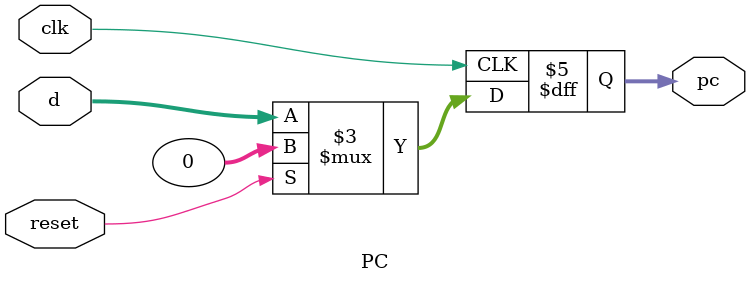
<source format=v>
`timescale 1ns / 1ps


module PC(
    input  clk,reset,
    input [31:0] d,
    output reg [31:0] pc
    );
    
    always@(posedge clk)
    begin
    if (reset)
    pc<=32'h00000000;
    else
    pc<=d;
    end
endmodule

</source>
